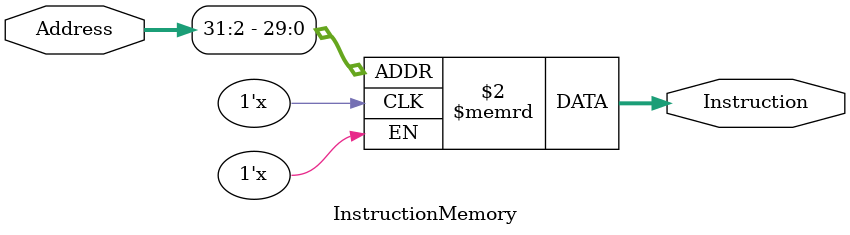
<source format=v>
`timescale 1ns / 1ps



////////////////////////////////////////////////////////////////////////////////

module InstructionMemory(Address, Instruction); 

    input [31:0] Address;        // Input Address 
    integer i;
    output reg [31:0] Instruction;    // Instruction at memory location Address
    
    reg [31:0] Memory [0:1024];
    
    initial begin
    //$readmemh("private_instruction_memory.txt",Memory);
    
    end
    /* Please fill in the implementation here */
    always @(Address)begin
    
    Instruction = Memory[Address[31:2]];
    //end
    end

endmodule

</source>
